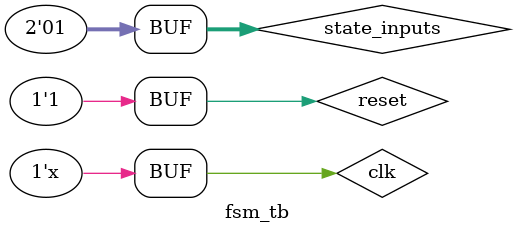
<source format=v>

`timescale 10ns/1ns
module fsm_tb();
reg clk,reset;

reg [0:1] state_inputs;
wire [3:0] comb_outputs;


always #3 clk=~clk;

initial begin
  #0 clk=1'b0;
  #0 reset=1'b1;#3 reset=1'b0;#3 reset=1'b1;
 
end
initial begin
  #0 state_inputs=2'b01;
  #10 state_inputs=2'b10;
  #10 state_inputs=2'b11;
  #15 state_inputs=2'b00;
  #10 state_inputs=2'b10;
  #15 state_inputs=2'b11;
  #15 state_inputs=2'b01;
end

fsm_exp U1(.clk(clk),.reset(reset),.state_inputs(state_inputs),.comb_outputs(comb_outputs));
endmodule

</source>
